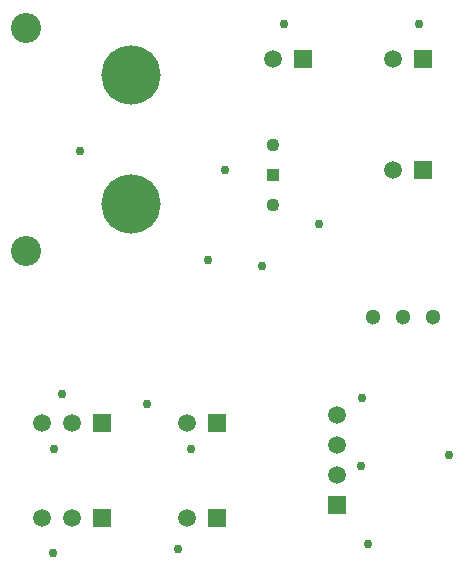
<source format=gbr>
%TF.GenerationSoftware,KiCad,Pcbnew,7.0.1*%
%TF.CreationDate,2023-09-15T12:24:23+09:00*%
%TF.ProjectId,Mix necessary function,4d697820-6e65-4636-9573-736172792066,rev?*%
%TF.SameCoordinates,Original*%
%TF.FileFunction,Copper,L2,Bot*%
%TF.FilePolarity,Positive*%
%FSLAX46Y46*%
G04 Gerber Fmt 4.6, Leading zero omitted, Abs format (unit mm)*
G04 Created by KiCad (PCBNEW 7.0.1) date 2023-09-15 12:24:23*
%MOMM*%
%LPD*%
G01*
G04 APERTURE LIST*
%TA.AperFunction,ComponentPad*%
%ADD10R,1.508000X1.508000*%
%TD*%
%TA.AperFunction,ComponentPad*%
%ADD11C,1.508000*%
%TD*%
%TA.AperFunction,ComponentPad*%
%ADD12C,2.550000*%
%TD*%
%TA.AperFunction,ComponentPad*%
%ADD13C,5.016000*%
%TD*%
%TA.AperFunction,ComponentPad*%
%ADD14C,1.108000*%
%TD*%
%TA.AperFunction,ComponentPad*%
%ADD15R,1.108000X1.108000*%
%TD*%
%TA.AperFunction,ComponentPad*%
%ADD16C,1.300000*%
%TD*%
%TA.AperFunction,ViaPad*%
%ADD17C,0.756400*%
%TD*%
G04 APERTURE END LIST*
D10*
%TO.P,LED,1*%
%TO.N,BLUE*%
X160431100Y-127913600D03*
D11*
%TO.P,LED,2*%
%TO.N,RED*%
X160431100Y-125373600D03*
%TO.P,LED,3*%
%TO.N,N/C*%
X160431100Y-122833600D03*
%TO.P,LED,4*%
%TO.N,+12V*%
X160431100Y-120293600D03*
%TD*%
D10*
%TO.P,AZUSA,1*%
%TO.N,GND*%
X167691100Y-99573600D03*
D11*
%TO.P,AZUSA,2*%
%TO.N,VCC*%
X165151100Y-99573600D03*
%TD*%
D10*
%TO.P,SW1,1*%
%TO.N,EM*%
X167691100Y-90143600D03*
D11*
%TO.P,SW1,2*%
%TO.N,VCC*%
X165151100Y-90143600D03*
%TD*%
D10*
%TO.P,SW2,1*%
%TO.N,GND*%
X157531100Y-90143600D03*
D11*
%TO.P,SW2,2*%
%TO.N,EM*%
X154991100Y-90143600D03*
%TD*%
D12*
%TO.P,Lipo_THRU,P$4*%
%TO.N,N/C*%
X134101100Y-87553600D03*
%TO.P,Lipo_THRU,P$3*%
X134101100Y-106453600D03*
D13*
%TO.P,Lipo_THRU,-*%
%TO.N,GND*%
X143001100Y-91553600D03*
%TO.P,Lipo_THRU,+*%
%TO.N,PVCC*%
X143001100Y-102453600D03*
%TD*%
D10*
%TO.P,AZUSA_CON1,1*%
%TO.N,GND*%
X150271100Y-129003600D03*
D11*
%TO.P,AZUSA_CON1,2*%
%TO.N,PWM1_SERVO*%
X147731100Y-129003600D03*
%TD*%
D10*
%TO.P,SERVO1,1*%
%TO.N,GND*%
X140541100Y-129003600D03*
D11*
%TO.P,SERVO1,2*%
%TO.N,+6V*%
X138001100Y-129003600D03*
%TO.P,SERVO1,3*%
%TO.N,PWM1_SERVO*%
X135461100Y-129003600D03*
%TD*%
D14*
%TO.P,U$1,INPUT*%
%TO.N,PVCC*%
X155001100Y-102543600D03*
%TO.P,U$1,OUTPUT*%
%TO.N,+6V*%
X155001100Y-97463600D03*
D15*
%TO.P,U$1,GND*%
%TO.N,GND*%
X155001100Y-100003600D03*
%TD*%
D16*
%TO.P,LED_SW0,R*%
%TO.N,RED*%
X168541100Y-112003600D03*
%TO.P,LED_SW0,L*%
%TO.N,BLUE*%
X163461100Y-112003600D03*
%TO.P,LED_SW0,C*%
%TO.N,GND*%
X166001100Y-112003600D03*
%TD*%
D10*
%TO.P,SERVO2,1*%
%TO.N,GND*%
X140541100Y-121003600D03*
D11*
%TO.P,SERVO2,2*%
%TO.N,+6V*%
X138001100Y-121003600D03*
%TO.P,SERVO2,3*%
%TO.N,PWM2_SERVO*%
X135461100Y-121003600D03*
%TD*%
D10*
%TO.P,AZUSA_CON2,1*%
%TO.N,GND*%
X150271100Y-121003600D03*
D11*
%TO.P,AZUSA_CON2,2*%
%TO.N,PWM2_SERVO*%
X147731100Y-121003600D03*
%TD*%
D17*
%TO.N,N$18*%
X167340100Y-87221600D03*
%TO.N,N$17*%
X155910100Y-87221600D03*
%TO.N,N$16*%
X163022100Y-131226600D03*
%TO.N,N$15*%
X169880100Y-123733600D03*
%TO.N,N$14*%
X162451100Y-124606600D03*
%TO.N,N$13*%
X162514100Y-118907600D03*
%TO.N,N$12*%
X138654100Y-97920600D03*
%TO.N,N$11*%
X150925100Y-99556600D03*
%TO.N,N$10*%
X158878100Y-104144600D03*
%TO.N,N$9*%
X149528100Y-107176600D03*
%TO.N,N$8*%
X154100100Y-107732600D03*
%TO.N,N$7*%
X136479100Y-123225600D03*
%TO.N,N$6*%
X136352100Y-131988600D03*
%TO.N,N$5*%
X144336100Y-119414600D03*
%TO.N,N$4*%
X137114100Y-118526600D03*
%TO.N,N$3*%
X146940100Y-131640600D03*
%TO.N,N$1*%
X148019100Y-123224600D03*
%TD*%
M02*

</source>
